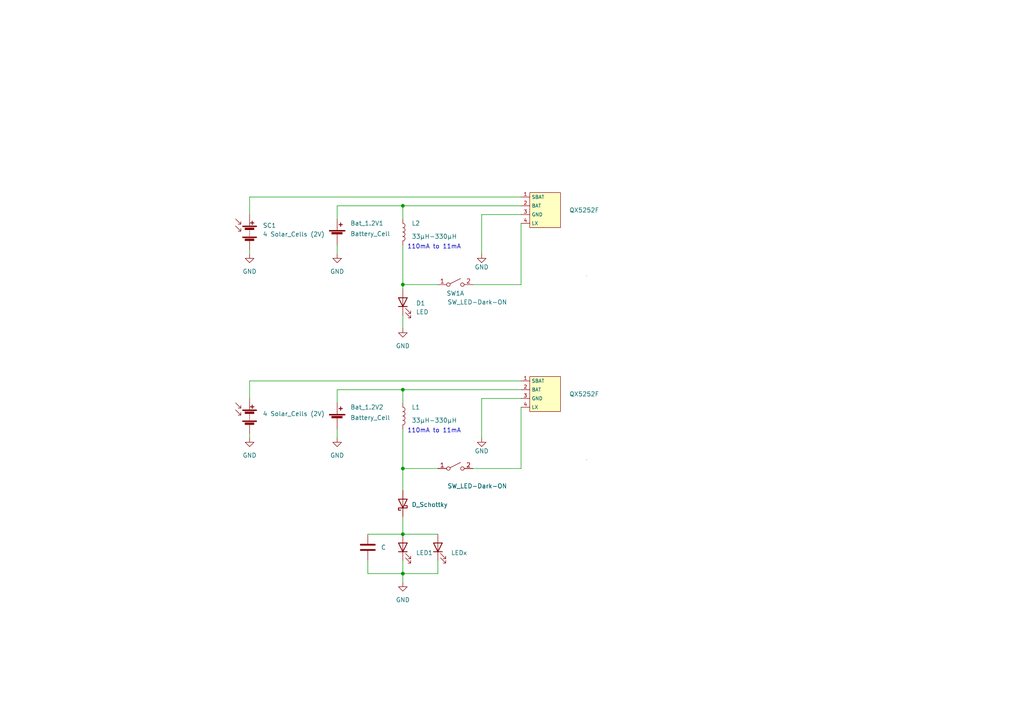
<source format=kicad_sch>
(kicad_sch (version 20211123) (generator eeschema)
  (paper "A4")
  (lib_symbols
    (symbol "Device:Battery_Cell" (pin_numbers hide) (pin_names (offset 0) hide)
      (property "Reference" "BT" (at 2.54 2.54 0))
      (property "Value" "Battery_Cell" (at 2.54 0 0))
      (symbol "Battery_Cell_0_1"
        (rectangle (start -2.286 1.778) (end 2.286 1.524) (fill (type outline)))
        (rectangle (start -1.5748 1.1938) (end 1.4732 0.6858) (fill (type outline)))
        (polyline (pts (xy 0 0.762) (xy 0 0)))
        (polyline (pts (xy 0 1.778) (xy 0 2.54)))
        (polyline (pts (xy 0.508 3.429) (xy 1.524 3.429)) (stroke (width 0.254)))
        (polyline (pts (xy 1.016 3.937) (xy 1.016 2.921)) (stroke (width 0.254)))
      )
      (symbol "Battery_Cell_1_1"
        (pin passive line (at 0 5.08 270) (length 2.54) (name "+") (number "1"))
        (pin passive line (at 0 -2.54 90) (length 2.54) (name "-") (number "2"))
      )
    )
    (symbol "Device:C" (pin_numbers hide) (pin_names (offset 0.254))
      (property "Reference" "C" (at 0.635 2.54 0))
      (property "Value" "C" (at 0.635 -2.54 0))
      (symbol "C_0_1"
        (polyline (pts (xy -2.032 -0.762) (xy 2.032 -0.762)) (stroke (width 0.508)))
        (polyline (pts (xy -2.032 0.762) (xy 2.032 0.762)) (stroke (width 0.508)))
      )
      (symbol "C_1_1"
        (pin passive line (at 0 3.81 270) (length 2.794) (name "~") (number "1"))
        (pin passive line (at 0 -3.81 90) (length 2.794) (name "~") (number "2"))
      )
    )
    (symbol "Device:D_Schottky" (pin_numbers hide) (pin_names (offset 1.016) hide)
      (property "Reference" "D" (at 0 2.54 0))
      (property "Value" "D_Schottky" (at 0 -2.54 0))
      (symbol "D_Schottky_0_1"
        (polyline (pts (xy 1.27 0) (xy -1.27 0)))
        (polyline (pts (xy 1.27 1.27) (xy 1.27 -1.27) (xy -1.27 0) (xy 1.27 1.27)) (stroke (width 0.254)))
        (polyline (pts (xy -1.905 0.635) (xy -1.905 1.27) (xy -1.27 1.27) (xy -1.27 -1.27) (xy -0.635 -1.27) (xy -0.635 -0.635)) (stroke (width 0.254)))
      )
      (symbol "D_Schottky_1_1"
        (pin passive line (at -3.81 0 0) (length 2.54) (name "K") (number "1"))
        (pin passive line (at 3.81 0 180) (length 2.54) (name "A") (number "2"))
      )
    )
    (symbol "Device:L" (pin_numbers hide) (pin_names (offset 1.016) hide)
      (property "Reference" "L" (at -1.27 0 90))
      (property "Value" "L" (at 1.905 0 90))
      (symbol "L_0_1"
        (arc (start 0 -2.54) (mid 0.635 -1.905) (end 0 -1.27))
        (arc (start 0 -1.27) (mid 0.635 -0.635) (end 0 0))
        (arc (start 0 0) (mid 0.635 0.635) (end 0 1.27))
        (arc (start 0 1.27) (mid 0.635 1.905) (end 0 2.54))
      )
      (symbol "L_1_1"
        (pin passive line (at 0 3.81 270) (length 1.27) (name "1") (number "1"))
        (pin passive line (at 0 -3.81 90) (length 1.27) (name "2") (number "2"))
      )
    )
    (symbol "Device:LED" (pin_numbers hide) (pin_names (offset 1.016) hide)
      (property "Reference" "D" (at 0 2.54 0))
      (property "Value" "LED" (at 0 -2.54 0))
      (symbol "LED_0_1"
        (polyline (pts (xy -1.27 -1.27) (xy -1.27 1.27)) (stroke (width 0.254)))
        (polyline (pts (xy -1.27 0) (xy 1.27 0)))
        (polyline (pts (xy 1.27 -1.27) (xy 1.27 1.27) (xy -1.27 0) (xy 1.27 -1.27)) (stroke (width 0.254)))
        (polyline (pts (xy -3.048 -0.762) (xy -4.572 -2.286) (xy -3.81 -2.286) (xy -4.572 -2.286) (xy -4.572 -1.524)))
        (polyline (pts (xy -1.778 -0.762) (xy -3.302 -2.286) (xy -2.54 -2.286) (xy -3.302 -2.286) (xy -3.302 -1.524)))
      )
      (symbol "LED_1_1"
        (pin passive line (at -3.81 0 0) (length 2.54) (name "K") (number "1"))
        (pin passive line (at 3.81 0 180) (length 2.54) (name "A") (number "2"))
      )
    )
    (symbol "Device:Solar_Cells" (pin_numbers hide) (pin_names (offset 0) hide)
      (property "Reference" "SC" (at 2.54 2.54 0))
      (property "Value" "Solar_Cells" (at 2.54 0 0))
      (symbol "Solar_Cells_0_1"
        (rectangle (start -2.032 -1.397) (end 2.032 -1.651) (fill (type outline)))
        (rectangle (start -2.032 1.778) (end 2.032 1.524) (fill (type outline)))
        (rectangle (start -1.3208 -1.9812) (end 1.27 -2.4892) (fill (type outline)))
        (rectangle (start -1.3208 1.1938) (end 1.27 0.6858) (fill (type outline)))
        (polyline (pts (xy -2.54 0.254) (xy -4.064 1.778)))
        (polyline (pts (xy -2.54 2.286) (xy -4.064 3.81)))
        (polyline (pts (xy 0 -1.524) (xy 0 -1.27)))
        (polyline (pts (xy 0 -1.016) (xy 0 -0.762)))
        (polyline (pts (xy 0 -0.508) (xy 0 -0.254)))
        (polyline (pts (xy 0 0) (xy 0 0.254)))
        (polyline (pts (xy 0 0.508) (xy 0 0.762)))
        (polyline (pts (xy 0 1.778) (xy 0 2.54)))
        (polyline (pts (xy 0.254 2.667) (xy 1.27 2.667)) (stroke (width 0.254)))
        (polyline (pts (xy 0.762 3.175) (xy 0.762 2.159)) (stroke (width 0.254)))
        (polyline (pts (xy -2.54 1.016) (xy -2.54 0.254) (xy -3.302 0.254)))
        (polyline (pts (xy -2.54 3.048) (xy -2.54 2.286) (xy -3.302 2.286)))
      )
      (symbol "Solar_Cells_1_1"
        (pin passive line (at 0 5.08 270) (length 2.54) (name "+") (number "1"))
        (pin passive line (at 0 -5.08 90) (length 2.54) (name "-") (number "2"))
      )
    )
    (symbol "Oscillator:QX5252F"
      (property "Reference" "U" (at 0 7.62 0))
      (property "Value" "QX5252F" (at 0 10.16 0))
      (symbol "QX5252F_0_1"
        (polyline (pts (xy -5.08 2.54) (xy 5.08 2.54) (xy 5.08 11.43) (xy -5.08 11.43) (xy -5.08 2.54)) (stroke (width 0.1524)) (fill (type background)))
        (rectangle (start 19.05 19.05) (end 19.05 19.05) (stroke (width 0.1524)))
      )
      (symbol "QX5252F_1_1"
        (pin input line (at -3.81 0 90) (length 2.54) (name "SBAT") (number "1"))
        (pin input line (at -1.27 0 90) (length 2.54) (name "BAT") (number "2"))
        (pin input line (at 1.27 0 90) (length 2.54) (name "GND") (number "3"))
        (pin input line (at 3.81 0 90) (length 2.54) (name "LX") (number "4"))
      )
    )
    (symbol "Switch:SW_DPST_x2" (pin_names (offset 0) hide)
      (property "Reference" "SW" (at 0 3.175 0))
      (property "Value" "SW_DPST_x2" (at 0 -2.54 0))
      (symbol "SW_DPST_x2_0_0"
        (circle (center -2.032 0) (radius 0.508))
        (polyline (pts (xy -1.524 0.254) (xy 1.524 1.778)))
        (circle (center 2.032 0) (radius 0.508))
      )
      (symbol "SW_DPST_x2_1_1"
        (pin passive line (at -5.08 0 0) (length 2.54) (name "A") (number "1"))
        (pin passive line (at 5.08 0 180) (length 2.54) (name "B") (number "2"))
      )
      (symbol "SW_DPST_x2_2_1"
        (pin passive line (at -5.08 0 0) (length 2.54) (name "A") (number "3"))
        (pin passive line (at 5.08 0 180) (length 2.54) (name "B") (number "4"))
      )
    )
    (symbol "power:GND" (power) (pin_names (offset 0))
      (property "Value" "GND" (at 0 -3.81 0))
      (symbol "GND_0_1"
        (polyline (pts (xy 0 0) (xy 0 -1.27) (xy 1.27 -1.27) (xy 0 -2.54) (xy -1.27 -1.27) (xy 0 -1.27)))
      )
      (symbol "GND_1_1"
        (pin power_in line (at 0 0 270) (length 0) hide (name "GND") (number "1"))
      )
    )
  )
  (junction (at 116.84 82.55))
  (junction (at 116.84 166.37))
  (junction (at 116.84 135.89))
  (junction (at 116.84 113.03))
  (junction (at 116.84 154.94))
  (junction (at 116.84 59.69))
  (wire (pts (xy 116.84 82.55) (xy 127 82.55)))
  (wire (pts (xy 127 162.56) (xy 127 166.37)))
  (wire (pts (xy 139.7 115.57) (xy 151.13 115.57)))
  (wire (pts (xy 116.84 113.03) (xy 116.84 116.84)))
  (wire (pts (xy 116.84 162.56) (xy 116.84 166.37)))
  (wire (pts (xy 106.68 166.37) (xy 116.84 166.37)))
  (wire (pts (xy 116.84 59.69) (xy 116.84 63.5)))
  (wire (pts (xy 97.79 113.03) (xy 116.84 113.03)))
  (wire (pts (xy 116.84 135.89) (xy 116.84 142.24)))
  (wire (pts (xy 116.84 124.46) (xy 116.84 135.89)))
  (wire (pts (xy 97.79 59.69) (xy 116.84 59.69)))
  (wire (pts (xy 72.39 127) (xy 72.39 125.73)))
  (wire (pts (xy 116.84 154.94) (xy 127 154.94)))
  (wire (pts (xy 106.68 154.94) (xy 116.84 154.94)))
  (wire (pts (xy 116.84 82.55) (xy 116.84 83.82)))
  (wire (pts (xy 116.84 113.03) (xy 151.13 113.03)))
  (wire (pts (xy 139.7 62.23) (xy 151.13 62.23)))
  (wire (pts (xy 116.84 135.89) (xy 127 135.89)))
  (wire (pts (xy 97.79 63.5) (xy 97.79 59.69)))
  (wire (pts (xy 97.79 127) (xy 97.79 124.46)))
  (wire (pts (xy 137.16 135.89) (xy 151.13 135.89)))
  (wire (pts (xy 116.84 91.44) (xy 116.84 95.25)))
  (wire (pts (xy 151.13 110.49) (xy 72.39 110.49)))
  (wire (pts (xy 97.79 73.66) (xy 97.79 71.12)))
  (wire (pts (xy 116.84 149.86) (xy 116.84 154.94)))
  (wire (pts (xy 116.84 71.12) (xy 116.84 82.55)))
  (wire (pts (xy 106.68 162.56) (xy 106.68 166.37)))
  (wire (pts (xy 137.16 82.55) (xy 151.13 82.55)))
  (wire (pts (xy 116.84 166.37) (xy 127 166.37)))
  (wire (pts (xy 72.39 110.49) (xy 72.39 115.57)))
  (wire (pts (xy 116.84 166.37) (xy 116.84 168.91)))
  (wire (pts (xy 151.13 64.77) (xy 151.13 82.55)))
  (wire (pts (xy 72.39 73.66) (xy 72.39 72.39)))
  (wire (pts (xy 151.13 118.11) (xy 151.13 135.89)))
  (wire (pts (xy 139.7 115.57) (xy 139.7 127)))
  (wire (pts (xy 116.84 59.69) (xy 151.13 59.69)))
  (wire (pts (xy 97.79 116.84) (xy 97.79 113.03)))
  (wire (pts (xy 151.13 57.15) (xy 72.39 57.15)))
  (wire (pts (xy 139.7 62.23) (xy 139.7 73.66)))
  (wire (pts (xy 72.39 57.15) (xy 72.39 62.23)))
  (text "110mA to 11mA" (at 118.11 72.39 0) (effects (font (size 1.27 1.27)) (justify left bottom)))
  (text "110mA to 11mA" (at 118.11 125.73 0) (effects (font (size 1.27 1.27)) (justify left bottom)))
  (symbol (lib_id "power:GND") (at 139.7 73.66 0) (unit 1)
    (property "Reference" "#PWR04" (effects hide))
    (property "Value" "GND" (at 139.7 77.47 0))
  )
  (symbol (lib_id "Device:Solar_Cells") (at 72.39 120.65 0) (unit 1)
    (property "Reference" "SC2" (effects hide))
    (property "Value" "4 Solar_Cells (2V)" (at 76.2 120.0149 0) (effects (justify left)))
    (property "Footprint" "Connector_PinHeader_2.54mm:PinHeader_2x01_P2.54mm_Vertical" (effects hide))
    (property "Reference" "SC2" (effects hide))
    (property "Value" "4 Solar_Cells (2V)" (effects hide))
  )
  (symbol (lib_id "power:GND") (at 72.39 127 0) (unit 1)
    (property "Reference" "#PWR05" (effects hide))
    (property "Value" "GND" (at 72.39 132.08 0))
  )
  (symbol (lib_id "power:GND") (at 139.7 127 0) (unit 1)
    (property "Reference" "#PWR08" (effects hide))
    (property "Value" "GND" (at 139.7 130.81 0))
  )
  (symbol (lib_id "power:GND") (at 116.84 95.25 0) (unit 1)
    (property "Reference" "#PWR03" (effects hide))
    (property "Value" "GND" (at 116.84 100.33 0))
  )
  (symbol (lib_id "Device:Battery_Cell") (at 97.79 68.58 0) (unit 1)
    (property "Reference" "Bat_1.2V1" (at 101.6 64.77 0) (effects (justify left)))
    (property "Value" "Battery_Cell" (at 101.6 67.8179 0) (effects (justify left)))
    (property "Footprint" "Battery:BatteryHolder_Keystone_2460_1xAA" (effects hide))
    (property "Reference" "Bat_1.2V1" (effects hide))
    (property "Value" "Battery_Cell" (effects hide))
  )
  (symbol (lib_id "Switch:SW_DPST_x2") (at 132.08 135.89 0) (unit 1)
    (property "Reference" "SW2" (effects hide))
    (property "Value" "SW_LED-Dark-ON" (at 138.43 140.97 0))
  )
  (symbol (lib_id "Device:D_Schottky") (at 116.84 146.05 90) (unit 1)
    (property "Reference" "D" (effects hide))
    (property "Value" "D_Schottky" (at 119.38 146.3674 90) (effects (justify right)))
  )
  (symbol (lib_id "Device:L") (at 116.84 120.65 0) (unit 1)
    (property "Reference" "L1" (at 119.38 118.11 0) (effects (justify left)))
    (property "Value" "33µH-330µH" (at 119.38 121.92 0) (effects (justify left)))
    (property "Footprint" "Inductor_SMD:L_6.3x6.3_H3" (effects hide))
    (property "Reference" "L1" (effects hide))
    (property "Value" "33µH-330µH" (effects hide))
  )
  (symbol (lib_id "Device:LED") (at 116.84 158.75 90) (unit 1)
    (property "Reference" "D" (effects hide))
    (property "Value" "LED1" (at 120.65 160.3374 90) (effects (justify right)))
    (property "Footprint" "LED_THT:LED_D5.0mm" (effects hide))
    (property "Reference" "D" (effects hide))
    (property "Value" "LED1" (effects hide))
  )
  (symbol (lib_id "Device:Battery_Cell") (at 97.79 121.92 0) (unit 1)
    (property "Reference" "Bat_1.2V2" (at 101.6 118.11 0) (effects (justify left)))
    (property "Value" "Battery_Cell" (at 101.6 121.1579 0) (effects (justify left)))
    (property "Footprint" "Battery:BatteryHolder_Keystone_2460_1xAA" (effects hide))
    (property "Reference" "Bat_1.2V2" (effects hide))
    (property "Value" "Battery_Cell" (effects hide))
  )
  (symbol (lib_id "power:GND") (at 97.79 127 0) (unit 1)
    (property "Reference" "#PWR06" (effects hide))
    (property "Value" "GND" (at 97.79 132.08 0))
  )
  (symbol (lib_id "Device:LED") (at 127 158.75 90) (unit 1)
    (property "Reference" "Dx" (effects hide))
    (property "Value" "LEDx" (at 130.81 160.3374 90) (effects (justify right)))
    (property "Footprint" "LED_THT:LED_D5.0mm" (effects hide))
    (property "Reference" "Dx" (effects hide))
    (property "Value" "LEDx" (effects hide))
  )
  (symbol (lib_id "power:GND") (at 116.84 168.91 0) (unit 1)
    (property "Reference" "#PWR07" (effects hide))
    (property "Value" "GND" (at 116.84 173.99 0))
  )
  (symbol (lib_id "Device:Solar_Cells") (at 72.39 67.31 0) (unit 1)
    (property "Reference" "SC1" (at 76.2 65.4049 0) (effects (justify left)))
    (property "Value" "4 Solar_Cells (2V)" (at 76.2 67.9449 0) (effects (justify left)))
    (property "Footprint" "Connector_PinHeader_2.54mm:PinHeader_2x01_P2.54mm_Vertical" (effects hide))
    (property "Reference" "SC1" (effects hide))
    (property "Value" "4 Solar_Cells (2V)" (effects hide))
  )
  (symbol (lib_id "Oscillator:QX5252F") (at 151.13 114.3 270) (unit 1)
    (property "Reference" "U2" (effects hide))
    (property "Value" "QX5252F" (at 165.1 114.3 90) (effects (justify left)))
    (property "Footprint" "Package_TO_SOT_THT:TO-94" (effects hide))
    (property "Reference" "U2" (effects hide))
    (property "Value" "QX5252F" (effects hide))
  )
  (symbol (lib_id "power:GND") (at 97.79 73.66 0) (unit 1)
    (property "Reference" "#PWR02" (effects hide))
    (property "Value" "GND" (at 97.79 78.74 0))
  )
  (symbol (lib_id "Oscillator:QX5252F") (at 151.13 60.96 270) (unit 1)
    (property "Reference" "U1" (at 165.1 58.42 90) (effects (justify left)))
    (property "Value" "QX5252F" (at 165.1 60.96 90) (effects (justify left)))
    (property "Footprint" "Package_TO_SOT_THT:TO-94" (effects hide))
    (property "Reference" "U1" (effects hide))
    (property "Value" "QX5252F" (effects hide))
  )
  (symbol (lib_id "power:GND") (at 72.39 73.66 0) (unit 1)
    (property "Reference" "#PWR01" (effects hide))
    (property "Value" "GND" (at 72.39 78.74 0))
  )
  (symbol (lib_id "Device:L") (at 116.84 67.31 0) (unit 1)
    (property "Reference" "L2" (at 119.38 64.77 0) (effects (justify left)))
    (property "Value" "33µH-330µH" (at 119.38 68.58 0) (effects (justify left)))
    (property "Footprint" "Inductor_SMD:L_6.3x6.3_H3" (effects hide))
    (property "Reference" "L2" (effects hide))
    (property "Value" "33µH-330µH" (effects hide))
  )
  (symbol (lib_id "Device:C") (at 106.68 158.75 0) (unit 1)
    (property "Reference" "C1" (effects hide))
    (property "Value" "C" (at 110.49 158.7499 0) (effects (justify left)))
  )
  (symbol (lib_id "Switch:SW_DPST_x2") (at 132.08 82.55 0) (unit 1)
    (property "Reference" "SW1" (at 132.08 85.09 0))
    (property "Value" "SW_LED-Dark-ON" (at 138.43 87.63 0))
  )
  (symbol (lib_id "Device:LED") (at 116.84 87.63 90) (unit 1)
    (property "Reference" "D1" (at 120.65 87.9474 90) (effects (justify right)))
    (property "Value" "LED" (at 120.65 90.4874 90) (effects (justify right)))
    (property "Footprint" "LED_THT:LED_D5.0mm" (effects hide))
    (property "Reference" "D1" (effects hide))
    (property "Value" "LED" (effects hide))
  )
)
</source>
